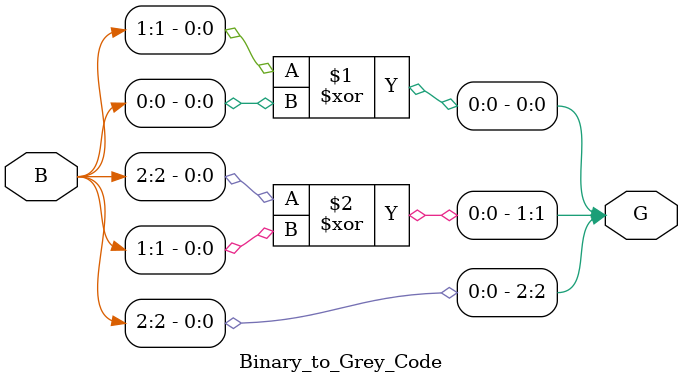
<source format=v>
`timescale 1ns / 1ps
module Binary_to_Grey_Code(
    input [2:0] B,
    output [2:0] G
    );
assign G[0]=B[1]^B[0];
assign G[1]=B[2]^B[1];
assign G[2]=B[2];
endmodule

</source>
